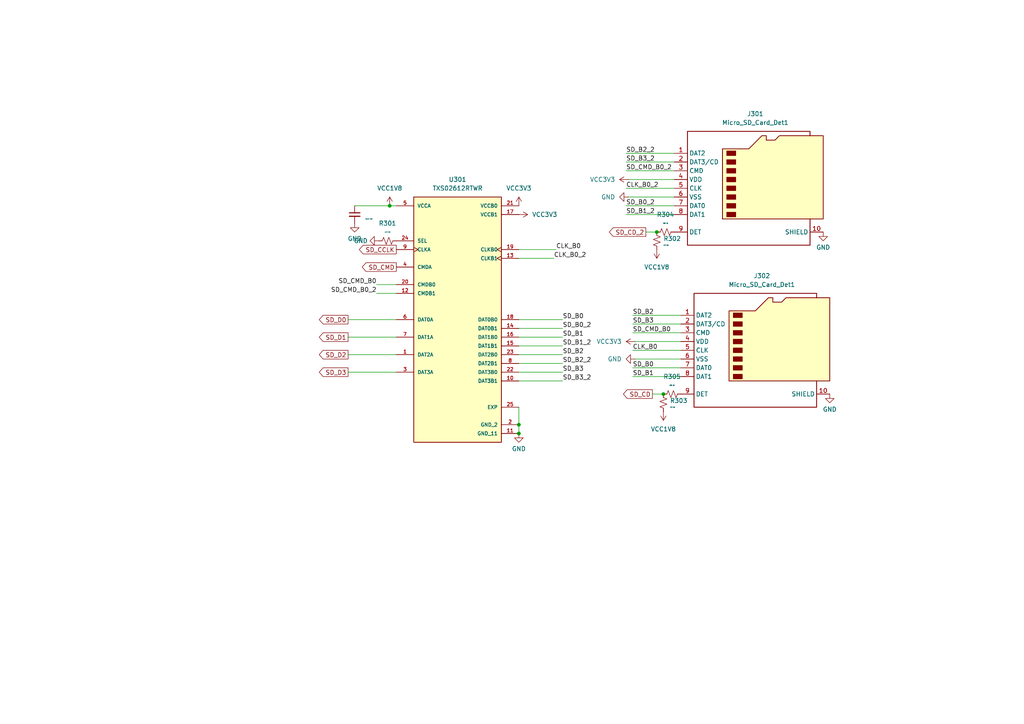
<source format=kicad_sch>
(kicad_sch (version 20231120) (generator "eeschema") (generator_version "8.0")
  (paper "A4")
  (lib_symbols
    (symbol "Connector:Micro_SD_Card_Det1"
      (property "Reference" "J" (at -16.51 17.78 0))
      (property "Value" "Micro_SD_Card_Det1" (at 16.51 17.78 0))
      (symbol "Micro_SD_Card_Det1_0_1"
        (rectangle (start -7.62 -6.985) (end -5.08 -8.255) (stroke (width 0.254)) (fill (type outline)))
        (rectangle (start -7.62 -4.445) (end -5.08 -5.715) (stroke (width 0.254)) (fill (type outline)))
        (rectangle (start -7.62 -1.905) (end -5.08 -3.175) (stroke (width 0.254)) (fill (type outline)))
        (rectangle (start -7.62 0.635) (end -5.08 -0.635) (stroke (width 0.254)) (fill (type outline)))
        (rectangle (start -7.62 3.175) (end -5.08 1.905) (stroke (width 0.254)) (fill (type outline)))
        (rectangle (start -7.62 5.715) (end -5.08 4.445) (stroke (width 0.254)) (fill (type outline)))
        (rectangle (start -7.62 8.255) (end -5.08 6.985) (stroke (width 0.254)) (fill (type outline)))
        (rectangle (start -7.62 10.795) (end -5.08 9.525) (stroke (width 0.254)) (fill (type outline)))
        (polyline (pts (xy 16.51 15.24) (xy 16.51 16.51) (xy -19.05 16.51) (xy -19.05 -16.51) (xy 16.51 -16.51) (xy 16.51 -8.89)) (stroke (width 0.254)))
        (polyline (pts (xy -8.89 -8.89) (xy -8.89 11.43) (xy -1.27 11.43) (xy 2.54 15.24) (xy 3.81 15.24) (xy 3.81 13.97) (xy 6.35 13.97) (xy 7.62 15.24) (xy 20.32 15.24) (xy 20.32 -8.89) (xy -8.89 -8.89)) (stroke (width 0.254)) (fill (type background)))
      )
      (symbol "Micro_SD_Card_Det1_1_1"
        (pin bidirectional line (at -22.86 10.16 0) (length 3.81) (name "DAT2") (number "1"))
        (pin passive line (at 20.32 -12.7 180) (length 3.81) (name "SHIELD") (number "10"))
        (pin bidirectional line (at -22.86 7.62 0) (length 3.81) (name "DAT3/CD") (number "2"))
        (pin input line (at -22.86 5.08 0) (length 3.81) (name "CMD") (number "3"))
        (pin power_in line (at -22.86 2.54 0) (length 3.81) (name "VDD") (number "4"))
        (pin input line (at -22.86 0 0) (length 3.81) (name "CLK") (number "5"))
        (pin power_in line (at -22.86 -2.54 0) (length 3.81) (name "VSS") (number "6"))
        (pin bidirectional line (at -22.86 -5.08 0) (length 3.81) (name "DAT0") (number "7"))
        (pin bidirectional line (at -22.86 -7.62 0) (length 3.81) (name "DAT1") (number "8"))
        (pin passive line (at -22.86 -12.7 0) (length 3.81) (name "DET") (number "9"))
      )
    )
    (symbol "Device:C_Small" (pin_numbers hide) (pin_names (offset 0.254) hide)
      (property "Reference" "C" (at 0.254 1.778 0))
      (property "Value" "C_Small" (at 0.254 -2.032 0))
      (symbol "C_Small_0_1"
        (polyline (pts (xy -1.524 -0.508) (xy 1.524 -0.508)) (stroke (width 0.3302)))
        (polyline (pts (xy -1.524 0.508) (xy 1.524 0.508)) (stroke (width 0.3048)))
      )
      (symbol "C_Small_1_1"
        (pin passive line (at 0 2.54 270) (length 2.032) (name "~") (number "1"))
        (pin passive line (at 0 -2.54 90) (length 2.032) (name "~") (number "2"))
      )
    )
    (symbol "Device:R_Small_US" (pin_numbers hide) (pin_names (offset 0.254) hide)
      (property "Reference" "R" (at 0.762 0.508 0))
      (property "Value" "R_Small_US" (at 0.762 -1.016 0))
      (symbol "R_Small_US_1_1"
        (polyline (pts (xy 0 0) (xy 1.016 -0.381) (xy 0 -0.762) (xy -1.016 -1.143) (xy 0 -1.524)))
        (polyline (pts (xy 0 1.524) (xy 1.016 1.143) (xy 0 0.762) (xy -1.016 0.381) (xy 0 0)))
        (pin passive line (at 0 2.54 270) (length 1.016) (name "~") (number "1"))
        (pin passive line (at 0 -2.54 90) (length 1.016) (name "~") (number "2"))
      )
    )
    (symbol "TXS02612RTWR:TXS02612RTWR" (pin_names (offset 1.016))
      (property "Reference" "U" (at -12.7 36.83 0))
      (property "Value" "TXS02612RTWR" (at -12.7 -36.83 0))
      (symbol "TXS02612RTWR_0_0"
        (rectangle (start -12.7 -35.56) (end 12.7 35.56) (stroke (width 0.254)) (fill (type background)))
        (pin bidirectional line (at -17.78 -10.16 0) (length 5.08) (name "DAT2A") (number "1"))
        (pin bidirectional line (at 17.78 -17.78 180) (length 5.08) (name "DAT3B1") (number "10"))
        (pin power_in line (at 17.78 -33.02 180) (length 5.08) (name "GND_11") (number "11"))
        (pin bidirectional line (at -17.78 7.62 0) (length 5.08) (name "CMDB1") (number "12"))
        (pin output clock (at 17.78 17.78 180) (length 5.08) (name "CLKB1") (number "13"))
        (pin bidirectional line (at 17.78 -2.54 180) (length 5.08) (name "DAT0B1") (number "14"))
        (pin bidirectional line (at 17.78 -7.62 180) (length 5.08) (name "DAT1B1") (number "15"))
        (pin bidirectional line (at 17.78 -5.08 180) (length 5.08) (name "DAT1B0") (number "16"))
        (pin power_in line (at 17.78 30.48 180) (length 5.08) (name "VCCB1") (number "17"))
        (pin bidirectional line (at 17.78 0 180) (length 5.08) (name "DAT0B0") (number "18"))
        (pin output clock (at 17.78 20.32 180) (length 5.08) (name "CLKB0") (number "19"))
        (pin power_in line (at 17.78 -30.48 180) (length 5.08) (name "GND_2") (number "2"))
        (pin bidirectional line (at -17.78 10.16 0) (length 5.08) (name "CMDB0") (number "20"))
        (pin power_in line (at 17.78 33.02 180) (length 5.08) (name "VCCB0") (number "21"))
        (pin bidirectional line (at 17.78 -15.24 180) (length 5.08) (name "DAT3B0") (number "22"))
        (pin bidirectional line (at 17.78 -10.16 180) (length 5.08) (name "DAT2B0") (number "23"))
        (pin input line (at -17.78 22.86 0) (length 5.08) (name "SEL") (number "24"))
        (pin passive line (at 17.78 -25.4 180) (length 5.08) (name "EXP") (number "25"))
        (pin bidirectional line (at -17.78 -15.24 0) (length 5.08) (name "DAT3A") (number "3"))
        (pin bidirectional line (at -17.78 15.24 0) (length 5.08) (name "CMDA") (number "4"))
        (pin power_in line (at -17.78 33.02 0) (length 5.08) (name "VCCA") (number "5"))
        (pin bidirectional line (at -17.78 0 0) (length 5.08) (name "DAT0A") (number "6"))
        (pin bidirectional line (at -17.78 -5.08 0) (length 5.08) (name "DAT1A") (number "7"))
        (pin bidirectional line (at 17.78 -12.7 180) (length 5.08) (name "DAT2B1") (number "8"))
        (pin input clock (at -17.78 20.32 0) (length 5.08) (name "CLKA") (number "9"))
      )
    )
    (symbol "power:GND" (power) (pin_numbers hide) (pin_names (offset 0) hide)
      (property "Value" "GND" (at 0 -3.81 0))
      (symbol "GND_0_1"
        (polyline (pts (xy 0 0) (xy 0 -1.27) (xy 1.27 -1.27) (xy 0 -2.54) (xy -1.27 -1.27) (xy 0 -1.27)))
      )
      (symbol "GND_1_1"
        (pin power_in line (at 0 0 270) (length 0) (name "~") (number "1"))
      )
    )
    (symbol "power:VCC" (power) (pin_numbers hide) (pin_names (offset 0) hide)
      (property "Value" "VCC" (at 0 3.556 0))
      (symbol "VCC_0_1"
        (polyline (pts (xy -0.762 1.27) (xy 0 2.54)))
        (polyline (pts (xy 0 0) (xy 0 2.54)))
        (polyline (pts (xy 0 2.54) (xy 0.762 1.27)))
      )
      (symbol "VCC_1_1"
        (pin power_in line (at 0 0 90) (length 0) (name "~") (number "1"))
      )
    )
  )
  (junction (at 150.495 123.19))
  (junction (at 113.03 59.69))
  (junction (at 190.5 67.31))
  (junction (at 192.405 114.3))
  (junction (at 150.495 125.73))
  (wire (pts (xy 183.515 109.22) (xy 197.485 109.22)))
  (wire (pts (xy 187.325 67.31) (xy 190.5 67.31)))
  (wire (pts (xy 150.495 97.79) (xy 163.195 97.79)))
  (wire (pts (xy 183.515 91.44) (xy 197.485 91.44)))
  (wire (pts (xy 184.15 104.14) (xy 197.485 104.14)))
  (wire (pts (xy 189.23 114.3) (xy 192.405 114.3)))
  (wire (pts (xy 100.965 97.79) (xy 114.935 97.79)))
  (wire (pts (xy 181.61 54.61) (xy 195.58 54.61)))
  (wire (pts (xy 113.03 59.69) (xy 114.935 59.69)))
  (wire (pts (xy 150.495 123.19) (xy 150.495 125.73)))
  (wire (pts (xy 181.61 59.69) (xy 195.58 59.69)))
  (wire (pts (xy 150.495 110.49) (xy 163.195 110.49)))
  (wire (pts (xy 150.495 102.87) (xy 163.195 102.87)))
  (wire (pts (xy 181.61 46.99) (xy 195.58 46.99)))
  (wire (pts (xy 109.22 82.55) (xy 114.935 82.55)))
  (wire (pts (xy 183.515 96.52) (xy 197.485 96.52)))
  (wire (pts (xy 150.495 100.33) (xy 163.195 100.33)))
  (wire (pts (xy 183.515 93.98) (xy 197.485 93.98)))
  (wire (pts (xy 181.61 49.53) (xy 195.58 49.53)))
  (wire (pts (xy 181.61 44.45) (xy 195.58 44.45)))
  (wire (pts (xy 100.965 92.71) (xy 114.935 92.71)))
  (wire (pts (xy 150.495 72.39) (xy 161.29 72.39)))
  (wire (pts (xy 102.87 59.69) (xy 113.03 59.69)))
  (wire (pts (xy 183.515 101.6) (xy 197.485 101.6)))
  (wire (pts (xy 100.965 107.95) (xy 114.935 107.95)))
  (wire (pts (xy 181.61 62.23) (xy 195.58 62.23)))
  (wire (pts (xy 150.495 92.71) (xy 163.195 92.71)))
  (wire (pts (xy 182.245 57.15) (xy 195.58 57.15)))
  (wire (pts (xy 100.965 102.87) (xy 114.935 102.87)))
  (wire (pts (xy 150.495 107.95) (xy 163.195 107.95)))
  (wire (pts (xy 182.245 52.07) (xy 195.58 52.07)))
  (wire (pts (xy 160.655 74.93) (xy 150.495 74.93)))
  (wire (pts (xy 184.15 99.06) (xy 197.485 99.06)))
  (wire (pts (xy 109.22 85.09) (xy 114.935 85.09)))
  (wire (pts (xy 150.495 118.11) (xy 150.495 123.19)))
  (wire (pts (xy 150.495 105.41) (xy 163.195 105.41)))
  (wire (pts (xy 183.515 106.68) (xy 197.485 106.68)))
  (wire (pts (xy 150.495 95.25) (xy 163.195 95.25)))
  (label "SD_B1" (at 183.515 109.22 0))
  (label "SD_B3" (at 183.515 93.98 0))
  (label "SD_B1_2" (at 181.61 62.23 0))
  (label "CLK_B0" (at 161.29 72.39 0))
  (label "SD_CMD_B0_2" (at 109.22 85.09 180))
  (label "SD_B0" (at 163.195 92.71 0))
  (label "SD_B2" (at 163.195 102.87 0))
  (label "SD_B3_2" (at 163.195 110.49 0))
  (label "SD_CMD_B0" (at 183.515 96.52 0))
  (label "SD_B3_2" (at 181.61 46.99 0))
  (label "SD_B0_2" (at 181.61 59.69 0))
  (label "SD_B0_2" (at 163.195 95.25 0))
  (label "SD_B0" (at 183.515 106.68 0))
  (label "SD_B1_2" (at 163.195 100.33 0))
  (label "SD_B2_2" (at 181.61 44.45 0))
  (label "SD_B2_2" (at 163.195 105.41 0))
  (label "SD_B3" (at 163.195 107.95 0))
  (label "SD_B2" (at 183.515 91.44 0))
  (label "SD_CMD_B0_2" (at 181.61 49.53 0))
  (label "CLK_B0_2" (at 181.61 54.61 0))
  (label "SD_CMD_B0" (at 109.22 82.55 180))
  (label "CLK_B0_2" (at 160.655 74.93 0))
  (label "SD_B1" (at 163.195 97.79 0))
  (label "CLK_B0" (at 183.515 101.6 0))
  (global_label "SD_D1" (shape output) (at 100.965 97.79 180) (property "Intersheetrefs" "${INTERSHEET_REFS}" (effects (hide yes))))
  (global_label "SD_D3" (shape output) (at 100.965 107.95 180) (property "Intersheetrefs" "${INTERSHEET_REFS}" (effects (hide yes))))
  (global_label "SD_CCLK" (shape output) (at 114.935 72.39 180) (property "Intersheetrefs" "${INTERSHEET_REFS}" (effects (hide yes))))
  (global_label "SD_CMD" (shape output) (at 114.935 77.47 180) (property "Intersheetrefs" "${INTERSHEET_REFS}" (effects (hide yes))))
  (global_label "SD_D2" (shape output) (at 100.965 102.87 180) (property "Intersheetrefs" "${INTERSHEET_REFS}" (effects (hide yes))))
  (global_label "SD_D0" (shape output) (at 100.965 92.71 180) (property "Intersheetrefs" "${INTERSHEET_REFS}" (effects (hide yes))))
  (global_label "SD_CD_2" (shape output) (at 187.325 67.31 180) (property "Intersheetrefs" "${INTERSHEET_REFS}" (effects (hide yes))))
  (global_label "SD_CD" (shape output) (at 189.23 114.3 180) (property "Intersheetrefs" "${INTERSHEET_REFS}" (effects (hide yes))))
  (symbol (lib_id "power:GND") (at 150.495 125.73 0) (unit 1)
    (property "Reference" "#PWR0306" (effects (hide yes)))
    (property "Value" "GND" (at 150.495 130.175 0))
    (property "Description" "Power symbol creates a global label with name \"GND\" , ground" (effects (hide yes)))
  )
  (symbol (lib_id "power:GND") (at 109.855 69.85 270) (unit 1)
    (property "Reference" "#PWR0302" (effects (hide yes)))
    (property "Value" "GND" (at 106.68 69.8499 90) (effects (justify right)))
    (property "Description" "Power symbol creates a global label with name \"GND\" , ground" (effects (hide yes)))
  )
  (symbol (lib_id "power:GND") (at 238.76 67.31 0) (unit 1)
    (property "Reference" "#PWR0313" (effects (hide yes)))
    (property "Value" "GND" (at 238.76 71.755 0))
    (property "Description" "Power symbol creates a global label with name \"GND\" , ground" (effects (hide yes)))
  )
  (symbol (lib_id "power:VCC") (at 190.5 72.39 180) (unit 1)
    (property "Reference" "#PWR0311" (effects (hide yes)))
    (property "Value" "VCC1V8" (at 190.5 77.47 0))
    (property "Description" "Power symbol creates a global label with name \"VCC\"" (effects (hide yes)))
  )
  (symbol (lib_id "power:VCC") (at 192.405 119.38 180) (unit 1)
    (property "Reference" "#PWR0312" (effects (hide yes)))
    (property "Value" "VCC1V8" (at 192.405 124.46 0))
    (property "Description" "Power symbol creates a global label with name \"VCC\"" (effects (hide yes)))
  )
  (symbol (lib_id "Device:R_Small_US") (at 112.395 69.85 90) (unit 1)
    (property "Reference" "R301" (at 112.395 64.77 90))
    (property "Value" "4.7K 5%" (at 112.395 67.31 90) (effects (font (size 0.254 0.254))))
    (property "Footprint" "Resistor_SMD:R_0805_2012Metric" (effects (hide yes)))
    (property "Description" "Resistor, small US symbol" (effects (hide yes)))
  )
  (symbol (lib_id "power:VCC") (at 184.15 99.06 90) (unit 1)
    (property "Reference" "#PWR0309" (effects (hide yes)))
    (property "Value" "VCC3V3" (at 180.34 99.0599 90) (effects (justify left)))
    (property "Description" "Power symbol creates a global label with name \"VCC\"" (effects (hide yes)))
  )
  (symbol (lib_id "power:GND") (at 102.87 64.77 0) (unit 1)
    (property "Reference" "#PWR0301" (effects (hide yes)))
    (property "Value" "GND" (at 102.87 69.215 0))
    (property "Description" "Power symbol creates a global label with name \"GND\" , ground" (effects (hide yes)))
  )
  (symbol (lib_id "power:GND") (at 182.245 57.15 270) (unit 1)
    (property "Reference" "#PWR0308" (effects (hide yes)))
    (property "Value" "GND" (at 178.435 57.1499 90) (effects (justify right)))
    (property "Description" "Power symbol creates a global label with name \"GND\" , ground" (effects (hide yes)))
  )
  (symbol (lib_id "power:VCC") (at 150.495 62.23 270) (unit 1)
    (property "Reference" "#PWR0305" (effects (hide yes)))
    (property "Value" "VCC3V3" (at 154.305 62.2299 90) (effects (justify left)))
    (property "Description" "Power symbol creates a global label with name \"VCC\"" (effects (hide yes)))
  )
  (symbol (lib_id "power:VCC") (at 182.245 52.07 90) (unit 1)
    (property "Reference" "#PWR0307" (effects (hide yes)))
    (property "Value" "VCC3V3" (at 178.435 52.0699 90) (effects (justify left)))
    (property "Description" "Power symbol creates a global label with name \"VCC\"" (effects (hide yes)))
  )
  (symbol (lib_id "power:GND") (at 240.665 114.3 0) (unit 1)
    (property "Reference" "#PWR0314" (effects (hide yes)))
    (property "Value" "GND" (at 240.665 118.745 0))
    (property "Description" "Power symbol creates a global label with name \"GND\" , ground" (effects (hide yes)))
  )
  (symbol (lib_id "power:VCC") (at 150.495 59.69 0) (unit 1)
    (property "Reference" "#PWR0304" (effects (hide yes)))
    (property "Value" "VCC3V3" (at 150.495 54.61 0))
    (property "Description" "Power symbol creates a global label with name \"VCC\"" (effects (hide yes)))
  )
  (symbol (lib_id "Connector:Micro_SD_Card_Det1") (at 220.345 101.6 0) (unit 1)
    (property "Reference" "J302" (at 220.98 80.01 0))
    (property "Value" "Micro_SD_Card_Det1" (at 220.98 82.55 0))
    (property "Datasheet" "https://datasheet.lcsc.com/lcsc/2110151630_XKB-Connectivity-XKTF-015-N_C381082.pdf" (effects (hide yes)))
    (property "Description" "Micro SD Card Socket with one card detection pin" (effects (hide yes)))
  )
  (symbol (lib_id "power:GND") (at 184.15 104.14 270) (unit 1)
    (property "Reference" "#PWR0310" (effects (hide yes)))
    (property "Value" "GND" (at 180.34 104.1399 90) (effects (justify right)))
    (property "Description" "Power symbol creates a global label with name \"GND\" , ground" (effects (hide yes)))
  )
  (symbol (lib_id "Device:R_Small_US") (at 190.5 69.85 0) (unit 1)
    (property "Reference" "R302" (at 192.405 69.2149 0) (effects (justify left)))
    (property "Value" "47K 5%" (at 192.405 71.12 0) (effects (font (size 0.254 0.254)) (justify left)))
    (property "Footprint" "Resistor_SMD:R_0805_2012Metric" (effects (hide yes)))
    (property "Description" "Resistor, small US symbol" (effects (hide yes)))
  )
  (symbol (lib_id "Device:R_Small_US") (at 194.945 114.3 90) (unit 1)
    (property "Reference" "R305" (at 194.945 109.22 90))
    (property "Value" "200 1%" (at 194.945 111.76 90) (effects (font (size 0.254 0.254))))
    (property "Footprint" "Resistor_SMD:R_0805_2012Metric" (effects (hide yes)))
    (property "Description" "Resistor, small US symbol" (effects (hide yes)))
  )
  (symbol (lib_id "TXS02612RTWR:TXS02612RTWR") (at 132.715 92.71 0) (unit 1)
    (property "Reference" "U301" (at 132.715 52.07 0))
    (property "Value" "TXS02612RTWR" (at 132.715 54.61 0))
    (property "Footprint" "TXS02612RTWR:QFN50P400X400X80-25N" (effects (hide yes)))
    (property "MF" "Texas Instruments" (effects (hide yes)))
    (property "MAXIMUM_PACKAGE_HEIGHT" "0.8mm" (effects (hide yes)))
    (property "Package" "WQFN-24 Texas Instruments" (effects (hide yes)))
    (property "Price" "None" (effects (hide yes)))
    (property "Check_prices" "https://www.snapeda.com/parts/TXS02612RTWR/Texas+Instruments/view-part/?ref=eda" (effects (hide yes)))
    (property "STANDARD" "IPC-7351B" (effects (hide yes)))
    (property "PARTREV" "4219135/B 11/2016" (effects (hide yes)))
    (property "SnapEDA_Link" "https://www.snapeda.com/parts/TXS02612RTWR/Texas+Instruments/view-part/?ref=snap" (effects (hide yes)))
    (property "MP" "TXS02612RTWR" (effects (hide yes)))
    (property "Description_1" "\n                        \n                            SDIO Port Expander With Voltage-Level Translation\n                        \n" (effects (hide yes)))
    (property "Availability" "In Stock" (effects (hide yes)))
    (property "MANUFACTURER" "Texas Instruments" (effects (hide yes)))
  )
  (symbol (lib_id "Device:C_Small") (at 102.87 62.23 0) (unit 1)
    (property "Reference" "C301" (effects (hide yes)))
    (property "Value" "0.1uF 16V" (at 106.045 63.5062 0) (effects (font (size 0.254 0.254)) (justify left)))
    (property "Description" "Unpolarized capacitor, small symbol" (effects (hide yes)))
  )
  (symbol (lib_id "Connector:Micro_SD_Card_Det1") (at 218.44 54.61 0) (unit 1)
    (property "Reference" "J301" (at 219.075 33.02 0))
    (property "Value" "Micro_SD_Card_Det1" (at 219.075 35.56 0))
    (property "Datasheet" "https://datasheet.lcsc.com/lcsc/2110151630_XKB-Connectivity-XKTF-015-N_C381082.pdf" (effects (hide yes)))
    (property "Description" "Micro SD Card Socket with one card detection pin" (effects (hide yes)))
  )
  (symbol (lib_id "power:VCC") (at 113.03 59.69 0) (unit 1)
    (property "Reference" "#PWR0303" (effects (hide yes)))
    (property "Value" "VCC1V8" (at 113.03 54.61 0))
    (property "Description" "Power symbol creates a global label with name \"VCC\"" (effects (hide yes)))
  )
  (symbol (lib_id "Device:R_Small_US") (at 192.405 116.84 0) (unit 1)
    (property "Reference" "R303" (at 194.31 116.2049 0) (effects (justify left)))
    (property "Value" "47K 5%" (at 194.31 118.11 0) (effects (font (size 0.254 0.254)) (justify left)))
    (property "Footprint" "Resistor_SMD:R_0805_2012Metric" (effects (hide yes)))
    (property "Description" "Resistor, small US symbol" (effects (hide yes)))
  )
  (symbol (lib_id "Device:R_Small_US") (at 193.04 67.31 90) (unit 1)
    (property "Reference" "R304" (at 193.04 62.23 90))
    (property "Value" "200 1%" (at 193.04 64.77 90) (effects (font (size 0.254 0.254))))
    (property "Footprint" "Resistor_SMD:R_0805_2012Metric" (effects (hide yes)))
    (property "Description" "Resistor, small US symbol" (effects (hide yes)))
  )
)
</source>
